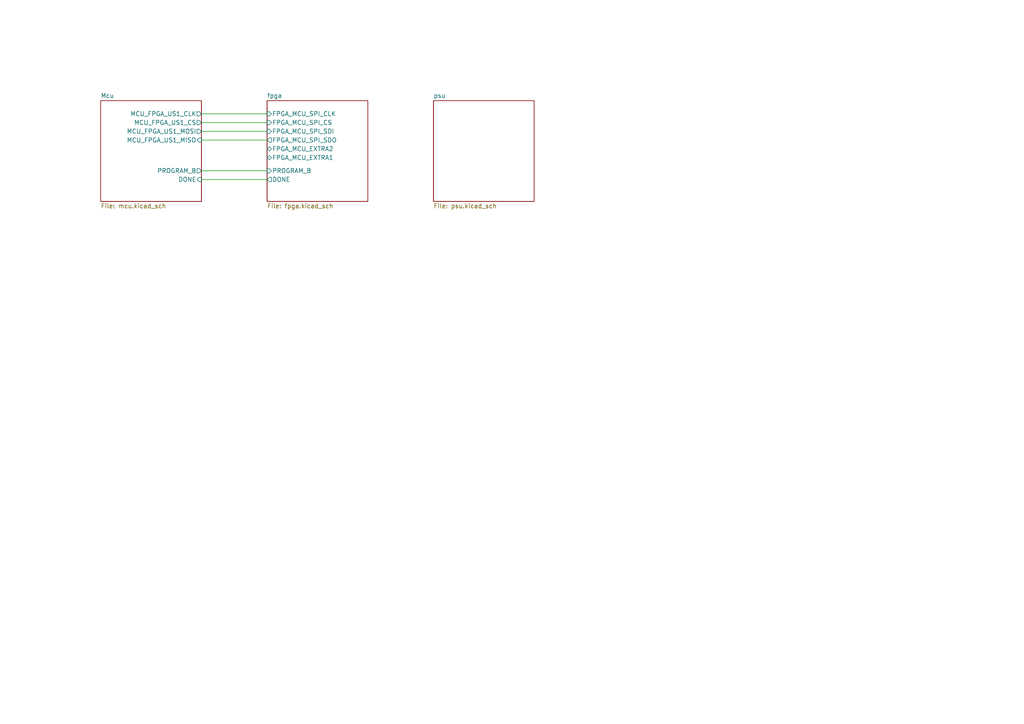
<source format=kicad_sch>
(kicad_sch (version 20211123) (generator eeschema)
  (paper "A4")
  (lib_symbols)
  (wire (pts (xy 58.42 49.53) (xy 77.47 49.53)))
  (wire (pts (xy 58.42 52.07) (xy 77.47 52.07)))
  (wire (pts (xy 58.42 40.64) (xy 77.47 40.64)))
  (wire (pts (xy 58.42 33.02) (xy 77.47 33.02)))
  (wire (pts (xy 58.42 35.56) (xy 77.47 35.56)))
  (wire (pts (xy 58.42 38.1) (xy 77.47 38.1)))
  (sheet (at 29.21 29.21) (size 29.21 29.21) (stroke (width 0.1524))
    (property "Sheet name" "Mcu" (at 29.21 28.4984 0) (effects (justify left bottom)))
    (property "Sheet file" "mcu.kicad_sch" (at 29.21 59.0046 0) (effects (justify left top)))
    (pin "MCU_FPGA_US1_MISO" input (at 58.42 40.64 0))
    (pin "MCU_FPGA_US1_MOSI" output (at 58.42 38.1 0))
    (pin "MCU_FPGA_US1_CS" output (at 58.42 35.56 0))
    (pin "MCU_FPGA_US1_CLK" output (at 58.42 33.02 0))
    (pin "DONE" input (at 58.42 52.07 0))
    (pin "PROGRAM_B" output (at 58.42 49.53 0))
  )
  (sheet (at 125.73 29.21) (size 29.21 29.21) (stroke (width 0.1524))
    (property "Sheet name" "psu" (at 125.73 28.4984 0) (effects (justify left bottom)))
    (property "Sheet file" "psu.kicad_sch" (at 125.73 59.0046 0) (effects (justify left top)))
  )
  (sheet (at 77.47 29.21) (size 29.21 29.21) (stroke (width 0.1524))
    (property "Sheet name" "fpga" (at 77.47 28.4984 0) (effects (justify left bottom)))
    (property "Sheet file" "fpga.kicad_sch" (at 77.47 59.0046 0) (effects (justify left top)))
    (pin "FPGA_MCU_SPI_SDO" output (at 77.47 40.64 180))
    (pin "FPGA_MCU_SPI_CLK" input (at 77.47 33.02 180))
    (pin "FPGA_MCU_SPI_CS" input (at 77.47 35.56 180))
    (pin "FPGA_MCU_SPI_SDI" input (at 77.47 38.1 180))
    (pin "PROGRAM_B" input (at 77.47 49.53 180))
    (pin "DONE" output (at 77.47 52.07 180))
    (pin "FPGA_MCU_EXTRA2" bidirectional (at 77.47 43.18 180))
    (pin "FPGA_MCU_EXTRA1" bidirectional (at 77.47 45.72 180))
  )
)
</source>
